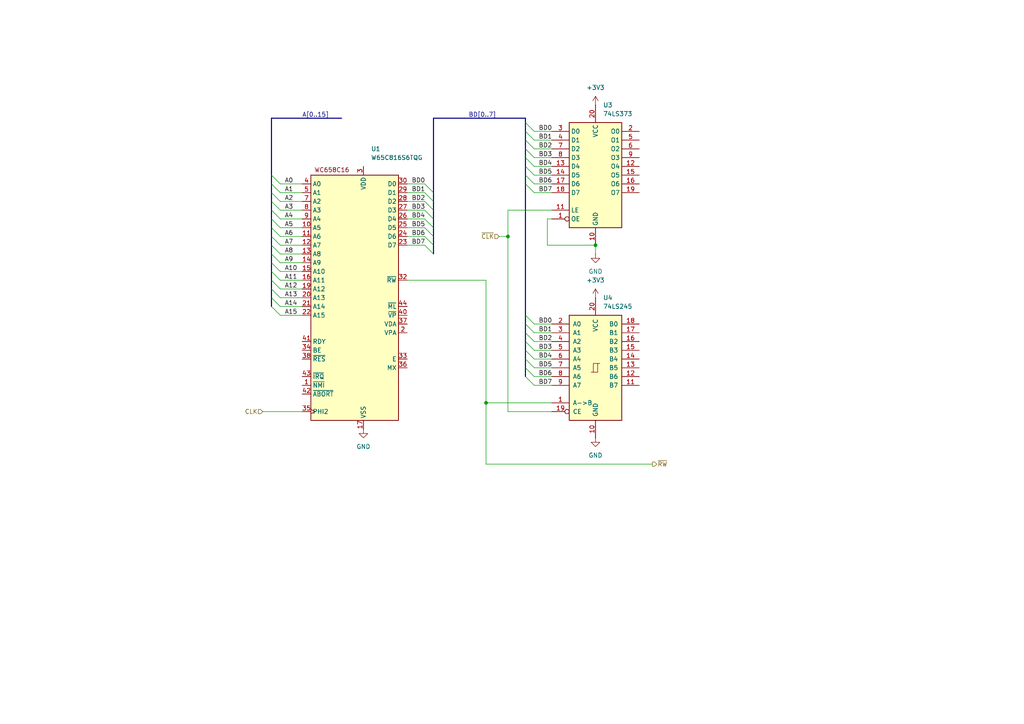
<source format=kicad_sch>
(kicad_sch (version 20231120) (generator "eeschema") (generator_version "8.0")
  (paper "A4")
  (lib_symbols
    (symbol "74xx:74LS245" (pin_names (offset 1.016))
      (property "Reference" "U" (at -7.62 16.51 0))
      (property "Value" "74LS245" (at -7.62 -16.51 0))
      (symbol "74LS245_1_0"
        (polyline (pts (xy -0.635 -1.27) (xy -0.635 1.27) (xy 0.635 1.27)))
        (polyline (pts (xy -1.27 -1.27) (xy 0.635 -1.27) (xy 0.635 1.27) (xy 1.27 1.27)))
        (pin input line (at -12.7 -10.16 0) (length 5.08) (name "A->B") (number "1"))
        (pin power_in line (at 0 -20.32 90) (length 5.08) (name "GND") (number "10"))
        (pin tri_state line (at 12.7 -5.08 180) (length 5.08) (name "B7") (number "11"))
        (pin tri_state line (at 12.7 -2.54 180) (length 5.08) (name "B6") (number "12"))
        (pin tri_state line (at 12.7 0 180) (length 5.08) (name "B5") (number "13"))
        (pin tri_state line (at 12.7 2.54 180) (length 5.08) (name "B4") (number "14"))
        (pin tri_state line (at 12.7 5.08 180) (length 5.08) (name "B3") (number "15"))
        (pin tri_state line (at 12.7 7.62 180) (length 5.08) (name "B2") (number "16"))
        (pin tri_state line (at 12.7 10.16 180) (length 5.08) (name "B1") (number "17"))
        (pin tri_state line (at 12.7 12.7 180) (length 5.08) (name "B0") (number "18"))
        (pin input inverted (at -12.7 -12.7 0) (length 5.08) (name "CE") (number "19"))
        (pin tri_state line (at -12.7 12.7 0) (length 5.08) (name "A0") (number "2"))
        (pin power_in line (at 0 20.32 270) (length 5.08) (name "VCC") (number "20"))
        (pin tri_state line (at -12.7 10.16 0) (length 5.08) (name "A1") (number "3"))
        (pin tri_state line (at -12.7 7.62 0) (length 5.08) (name "A2") (number "4"))
        (pin tri_state line (at -12.7 5.08 0) (length 5.08) (name "A3") (number "5"))
        (pin tri_state line (at -12.7 2.54 0) (length 5.08) (name "A4") (number "6"))
        (pin tri_state line (at -12.7 0 0) (length 5.08) (name "A5") (number "7"))
        (pin tri_state line (at -12.7 -2.54 0) (length 5.08) (name "A6") (number "8"))
        (pin tri_state line (at -12.7 -5.08 0) (length 5.08) (name "A7") (number "9"))
      )
      (symbol "74LS245_1_1"
        (rectangle (start -7.62 15.24) (end 7.62 -15.24) (stroke (width 0.254)) (fill (type background)))
      )
    )
    (symbol "74xx:74LS373"
      (property "Reference" "U" (at -7.62 16.51 0))
      (property "Value" "74LS373" (at -7.62 -16.51 0))
      (symbol "74LS373_1_0"
        (pin input inverted (at -12.7 -12.7 0) (length 5.08) (name "OE") (number "1"))
        (pin power_in line (at 0 -20.32 90) (length 5.08) (name "GND") (number "10"))
        (pin input line (at -12.7 -10.16 0) (length 5.08) (name "LE") (number "11"))
        (pin tri_state line (at 12.7 2.54 180) (length 5.08) (name "O4") (number "12"))
        (pin input line (at -12.7 2.54 0) (length 5.08) (name "D4") (number "13"))
        (pin input line (at -12.7 0 0) (length 5.08) (name "D5") (number "14"))
        (pin tri_state line (at 12.7 0 180) (length 5.08) (name "O5") (number "15"))
        (pin tri_state line (at 12.7 -2.54 180) (length 5.08) (name "O6") (number "16"))
        (pin input line (at -12.7 -2.54 0) (length 5.08) (name "D6") (number "17"))
        (pin input line (at -12.7 -5.08 0) (length 5.08) (name "D7") (number "18"))
        (pin tri_state line (at 12.7 -5.08 180) (length 5.08) (name "O7") (number "19"))
        (pin tri_state line (at 12.7 12.7 180) (length 5.08) (name "O0") (number "2"))
        (pin power_in line (at 0 20.32 270) (length 5.08) (name "VCC") (number "20"))
        (pin input line (at -12.7 12.7 0) (length 5.08) (name "D0") (number "3"))
        (pin input line (at -12.7 10.16 0) (length 5.08) (name "D1") (number "4"))
        (pin tri_state line (at 12.7 10.16 180) (length 5.08) (name "O1") (number "5"))
        (pin tri_state line (at 12.7 7.62 180) (length 5.08) (name "O2") (number "6"))
        (pin input line (at -12.7 7.62 0) (length 5.08) (name "D2") (number "7"))
        (pin input line (at -12.7 5.08 0) (length 5.08) (name "D3") (number "8"))
        (pin tri_state line (at 12.7 5.08 180) (length 5.08) (name "O3") (number "9"))
      )
      (symbol "74LS373_1_1"
        (rectangle (start -7.62 15.24) (end 7.62 -15.24) (stroke (width 0.254)) (fill (type background)))
      )
    )
    (symbol "MEA-WDC-65XX:W65C816S6TQG"
      (property "Reference" "U" (at -10.922 39.116 0))
      (property "Value" "W65C816S6TQG" (at 1.016 10.922 0))
      (symbol "W65C816S6TQG_0_1"
        (rectangle (start -12.7 35.56) (end 12.7 -35.56) (stroke (width 0.254)) (fill (type background)))
      )
      (symbol "W65C816S6TQG_1_0"
        (pin input line (at -15.24 -25.4 0) (length 2.54) (name "~{NMI}") (number "1"))
        (pin input line (at -15.24 20.32 0) (length 2.54) (name "A5") (number "10"))
        (pin input line (at -15.24 17.78 0) (length 2.54) (name "A6") (number "11"))
        (pin input line (at -15.24 15.24 0) (length 2.54) (name "A7") (number "12"))
        (pin input line (at -15.24 12.7 0) (length 2.54) (name "A8") (number "13"))
        (pin input line (at -15.24 10.16 0) (length 2.54) (name "A9") (number "14"))
        (pin input line (at -15.24 7.62 0) (length 2.54) (name "A10") (number "15"))
        (pin input line (at -15.24 5.08 0) (length 2.54) (name "A11") (number "16"))
        (pin power_in line (at 2.54 -38.1 90) (length 2.54) (name "VSS") (number "17"))
        (pin passive line (at 2.54 -38.1 90) (length 2.54) hide (name "VSS") (number "18"))
        (pin input line (at -15.24 2.54 0) (length 2.54) (name "A12") (number "19"))
        (pin output line (at 15.24 -10.16 180) (length 2.54) (name "VPA") (number "2"))
        (pin input line (at -15.24 0 0) (length 2.54) (name "A13") (number "20"))
        (pin input line (at -15.24 -2.54 0) (length 2.54) (name "A14") (number "21"))
        (pin input line (at -15.24 -5.08 0) (length 2.54) (name "A15") (number "22"))
        (pin bidirectional line (at 15.24 15.24 180) (length 2.54) (name "D7") (number "23"))
        (pin bidirectional line (at 15.24 17.78 180) (length 2.54) (name "D6") (number "24"))
        (pin bidirectional line (at 15.24 20.32 180) (length 2.54) (name "D5") (number "25"))
        (pin bidirectional line (at 15.24 22.86 180) (length 2.54) (name "D4") (number "26"))
        (pin bidirectional line (at 15.24 25.4 180) (length 2.54) (name "D3") (number "27"))
        (pin bidirectional line (at 15.24 27.94 180) (length 2.54) (name "D2") (number "28"))
        (pin bidirectional line (at 15.24 30.48 180) (length 2.54) (name "D1") (number "29"))
        (pin power_in line (at 2.54 38.1 270) (length 2.54) (name "VDD") (number "3"))
        (pin output line (at 15.24 5.08 180) (length 2.54) (name "~{RW}") (number "32"))
        (pin output line (at 15.24 -17.78 180) (length 2.54) (name "E") (number "33"))
        (pin input line (at -15.24 -15.24 0) (length 2.54) (name "BE") (number "34"))
        (pin output line (at 15.24 -20.32 180) (length 2.54) (name "MX") (number "36"))
        (pin output line (at 15.24 -7.62 180) (length 2.54) (name "VDA") (number "37"))
        (pin input line (at -15.24 -17.78 0) (length 2.54) (name "~{RES}") (number "38"))
        (pin output line (at 15.24 -5.08 180) (length 2.54) (name "~{VP}") (number "40"))
        (pin input line (at -15.24 -27.94 0) (length 2.54) (name "~{ABORT}") (number "42"))
        (pin input line (at -15.24 -22.86 0) (length 2.54) (name "~{IRQ}") (number "43"))
        (pin output line (at 15.24 -2.54 180) (length 2.54) (name "~{ML}") (number "44"))
        (pin no_connect line (at 15.24 -27.94 180) (length 2.54) hide (name "NC") (number "6"))
        (pin input line (at -15.24 27.94 0) (length 2.54) (name "A2") (number "7"))
        (pin input line (at -15.24 22.86 0) (length 2.54) (name "A4") (number "9"))
      )
      (symbol "W65C816S6TQG_1_1"
        (text "WC658C16" (at -6.604 37.084 0) (effects (font (size 1.27 1.27))))
        (pin bidirectional line (at 15.24 33.02 180) (length 2.54) (name "D0") (number "30"))
        (pin passive line (at 2.54 38.1 270) (length 2.54) hide (name "VDD") (number "31"))
        (pin input clock (at -15.24 -33.02 0) (length 2.54) (name "PHI2") (number "35"))
        (pin passive line (at 2.54 -38.1 90) (length 2.54) hide (name "VSS") (number "39"))
        (pin input line (at -15.24 33.02 0) (length 2.54) (name "A0") (number "4"))
        (pin input line (at -15.24 -12.7 0) (length 2.54) (name "RDY") (number "41"))
        (pin input line (at -15.24 30.48 0) (length 2.54) (name "A1") (number "5"))
        (pin input line (at -15.24 25.4 0) (length 2.54) (name "A3") (number "8"))
      )
    )
    (symbol "power:+3V3" (power) (pin_numbers hide) (pin_names (offset 0) hide)
      (property "Value" "+3V3" (at 0 3.556 0))
      (symbol "+3V3_0_1"
        (polyline (pts (xy -0.762 1.27) (xy 0 2.54)))
        (polyline (pts (xy 0 0) (xy 0 2.54)))
        (polyline (pts (xy 0 2.54) (xy 0.762 1.27)))
      )
      (symbol "+3V3_1_1"
        (pin power_in line (at 0 0 90) (length 0) (name "~") (number "1"))
      )
    )
    (symbol "power:GND" (power) (pin_numbers hide) (pin_names (offset 0) hide)
      (property "Value" "GND" (at 0 -3.81 0))
      (symbol "GND_0_1"
        (polyline (pts (xy 0 0) (xy 0 -1.27) (xy 1.27 -1.27) (xy 0 -2.54) (xy -1.27 -1.27) (xy 0 -1.27)))
      )
      (symbol "GND_1_1"
        (pin power_in line (at 0 0 270) (length 0) (name "~") (number "1"))
      )
    )
  )
  (junction (at 172.72 71.12))
  (junction (at 147.32 68.58))
  (junction (at 140.97 116.84))
  (bus_entry (at 152.4 40.64) (size 2.54 2.54))
  (bus_entry (at 152.4 106.68) (size 2.54 2.54))
  (bus_entry (at 123.19 71.12) (size 2.54 2.54))
  (bus_entry (at 78.74 76.2) (size 2.54 2.54))
  (bus_entry (at 78.74 86.36) (size 2.54 2.54))
  (bus_entry (at 78.74 78.74) (size 2.54 2.54))
  (bus_entry (at 78.74 60.96) (size 2.54 2.54))
  (bus_entry (at 78.74 63.5) (size 2.54 2.54))
  (bus_entry (at 123.19 58.42) (size 2.54 2.54))
  (bus_entry (at 123.19 53.34) (size 2.54 2.54))
  (bus_entry (at 78.74 53.34) (size 2.54 2.54))
  (bus_entry (at 123.19 66.04) (size 2.54 2.54))
  (bus_entry (at 152.4 45.72) (size 2.54 2.54))
  (bus_entry (at 152.4 96.52) (size 2.54 2.54))
  (bus_entry (at 152.4 53.34) (size 2.54 2.54))
  (bus_entry (at 123.19 60.96) (size 2.54 2.54))
  (bus_entry (at 78.74 88.9) (size 2.54 2.54))
  (bus_entry (at 152.4 104.14) (size 2.54 2.54))
  (bus_entry (at 78.74 58.42) (size 2.54 2.54))
  (bus_entry (at 123.19 55.88) (size 2.54 2.54))
  (bus_entry (at 78.74 81.28) (size 2.54 2.54))
  (bus_entry (at 78.74 73.66) (size 2.54 2.54))
  (bus_entry (at 152.4 43.18) (size 2.54 2.54))
  (bus_entry (at 152.4 99.06) (size 2.54 2.54))
  (bus_entry (at 152.4 93.98) (size 2.54 2.54))
  (bus_entry (at 152.4 91.44) (size 2.54 2.54))
  (bus_entry (at 152.4 109.22) (size 2.54 2.54))
  (bus_entry (at 78.74 68.58) (size 2.54 2.54))
  (bus_entry (at 78.74 55.88) (size 2.54 2.54))
  (bus_entry (at 152.4 35.56) (size 2.54 2.54))
  (bus_entry (at 78.74 66.04) (size 2.54 2.54))
  (bus_entry (at 152.4 48.26) (size 2.54 2.54))
  (bus_entry (at 152.4 101.6) (size 2.54 2.54))
  (bus_entry (at 78.74 71.12) (size 2.54 2.54))
  (bus_entry (at 123.19 68.58) (size 2.54 2.54))
  (bus_entry (at 123.19 63.5) (size 2.54 2.54))
  (bus_entry (at 152.4 38.1) (size 2.54 2.54))
  (bus_entry (at 78.74 50.8) (size 2.54 2.54))
  (bus_entry (at 78.74 83.82) (size 2.54 2.54))
  (bus_entry (at 152.4 50.8) (size 2.54 2.54))
  (bus (pts (xy 152.4 38.1) (xy 152.4 40.64)))
  (bus (pts (xy 152.4 45.72) (xy 152.4 48.26)))
  (wire (pts (xy 81.28 73.66) (xy 87.63 73.66)))
  (bus (pts (xy 78.74 81.28) (xy 78.74 78.74)))
  (wire (pts (xy 81.28 78.74) (xy 87.63 78.74)))
  (wire (pts (xy 81.28 53.34) (xy 87.63 53.34)))
  (bus (pts (xy 152.4 34.29) (xy 152.4 35.56)))
  (wire (pts (xy 118.11 68.58) (xy 123.19 68.58)))
  (bus (pts (xy 78.74 83.82) (xy 78.74 81.28)))
  (bus (pts (xy 152.4 35.56) (xy 152.4 38.1)))
  (wire (pts (xy 147.32 68.58) (xy 147.32 119.38)))
  (bus (pts (xy 78.74 88.9) (xy 78.74 86.36)))
  (bus (pts (xy 152.4 104.14) (xy 152.4 106.68)))
  (bus (pts (xy 125.73 66.04) (xy 125.73 63.5)))
  (wire (pts (xy 118.11 81.28) (xy 140.97 81.28)))
  (wire (pts (xy 154.94 104.14) (xy 160.02 104.14)))
  (bus (pts (xy 78.74 55.88) (xy 78.74 53.34)))
  (wire (pts (xy 81.28 60.96) (xy 87.63 60.96)))
  (wire (pts (xy 154.94 45.72) (xy 160.02 45.72)))
  (bus (pts (xy 152.4 48.26) (xy 152.4 50.8)))
  (bus (pts (xy 78.74 60.96) (xy 78.74 58.42)))
  (wire (pts (xy 81.28 81.28) (xy 87.63 81.28)))
  (wire (pts (xy 160.02 63.5) (xy 158.75 63.5)))
  (wire (pts (xy 147.32 60.96) (xy 147.32 68.58)))
  (wire (pts (xy 144.78 68.58) (xy 147.32 68.58)))
  (wire (pts (xy 140.97 116.84) (xy 160.02 116.84)))
  (bus (pts (xy 152.4 101.6) (xy 152.4 104.14)))
  (bus (pts (xy 152.4 106.68) (xy 152.4 109.22)))
  (wire (pts (xy 81.28 76.2) (xy 87.63 76.2)))
  (bus (pts (xy 152.4 43.18) (xy 152.4 45.72)))
  (bus (pts (xy 78.74 53.34) (xy 78.74 50.8)))
  (wire (pts (xy 81.28 63.5) (xy 87.63 63.5)))
  (bus (pts (xy 78.74 71.12) (xy 78.74 68.58)))
  (wire (pts (xy 158.75 71.12) (xy 172.72 71.12)))
  (bus (pts (xy 125.73 55.88) (xy 125.73 34.29)))
  (wire (pts (xy 118.11 63.5) (xy 123.19 63.5)))
  (bus (pts (xy 78.74 58.42) (xy 78.74 55.88)))
  (bus (pts (xy 125.73 73.66) (xy 125.73 71.12)))
  (bus (pts (xy 78.74 34.29) (xy 99.06 34.29)))
  (wire (pts (xy 147.32 60.96) (xy 160.02 60.96)))
  (wire (pts (xy 118.11 58.42) (xy 123.19 58.42)))
  (bus (pts (xy 152.4 40.64) (xy 152.4 43.18)))
  (wire (pts (xy 140.97 81.28) (xy 140.97 116.84)))
  (bus (pts (xy 78.74 50.8) (xy 78.74 34.29)))
  (bus (pts (xy 152.4 99.06) (xy 152.4 101.6)))
  (wire (pts (xy 154.94 40.64) (xy 160.02 40.64)))
  (bus (pts (xy 125.73 58.42) (xy 125.73 55.88)))
  (wire (pts (xy 81.28 83.82) (xy 87.63 83.82)))
  (bus (pts (xy 125.73 63.5) (xy 125.73 60.96)))
  (wire (pts (xy 81.28 86.36) (xy 87.63 86.36)))
  (wire (pts (xy 154.94 48.26) (xy 160.02 48.26)))
  (wire (pts (xy 154.94 109.22) (xy 160.02 109.22)))
  (wire (pts (xy 154.94 55.88) (xy 160.02 55.88)))
  (wire (pts (xy 81.28 66.04) (xy 87.63 66.04)))
  (wire (pts (xy 140.97 134.62) (xy 189.23 134.62)))
  (wire (pts (xy 158.75 63.5) (xy 158.75 71.12)))
  (wire (pts (xy 118.11 53.34) (xy 123.19 53.34)))
  (bus (pts (xy 152.4 53.34) (xy 152.4 91.44)))
  (bus (pts (xy 78.74 76.2) (xy 78.74 73.66)))
  (wire (pts (xy 118.11 55.88) (xy 123.19 55.88)))
  (wire (pts (xy 81.28 88.9) (xy 87.63 88.9)))
  (wire (pts (xy 154.94 99.06) (xy 160.02 99.06)))
  (bus (pts (xy 78.74 86.36) (xy 78.74 83.82)))
  (bus (pts (xy 78.74 78.74) (xy 78.74 76.2)))
  (wire (pts (xy 81.28 58.42) (xy 87.63 58.42)))
  (bus (pts (xy 78.74 68.58) (xy 78.74 66.04)))
  (bus (pts (xy 152.4 50.8) (xy 152.4 53.34)))
  (bus (pts (xy 125.73 68.58) (xy 125.73 66.04)))
  (wire (pts (xy 81.28 55.88) (xy 87.63 55.88)))
  (bus (pts (xy 78.74 73.66) (xy 78.74 71.12)))
  (wire (pts (xy 154.94 53.34) (xy 160.02 53.34)))
  (wire (pts (xy 154.94 111.76) (xy 160.02 111.76)))
  (bus (pts (xy 125.73 34.29) (xy 152.4 34.29)))
  (bus (pts (xy 152.4 91.44) (xy 152.4 93.98)))
  (bus (pts (xy 78.74 63.5) (xy 78.74 60.96)))
  (wire (pts (xy 81.28 68.58) (xy 87.63 68.58)))
  (wire (pts (xy 140.97 116.84) (xy 140.97 134.62)))
  (bus (pts (xy 125.73 71.12) (xy 125.73 68.58)))
  (wire (pts (xy 154.94 43.18) (xy 160.02 43.18)))
  (wire (pts (xy 118.11 66.04) (xy 123.19 66.04)))
  (bus (pts (xy 152.4 96.52) (xy 152.4 99.06)))
  (wire (pts (xy 81.28 71.12) (xy 87.63 71.12)))
  (wire (pts (xy 118.11 60.96) (xy 123.19 60.96)))
  (bus (pts (xy 78.74 66.04) (xy 78.74 63.5)))
  (wire (pts (xy 172.72 73.66) (xy 172.72 71.12)))
  (wire (pts (xy 118.11 71.12) (xy 123.19 71.12)))
  (wire (pts (xy 81.28 91.44) (xy 87.63 91.44)))
  (bus (pts (xy 125.73 60.96) (xy 125.73 58.42)))
  (wire (pts (xy 154.94 50.8) (xy 160.02 50.8)))
  (wire (pts (xy 154.94 38.1) (xy 160.02 38.1)))
  (wire (pts (xy 154.94 101.6) (xy 160.02 101.6)))
  (wire (pts (xy 154.94 106.68) (xy 160.02 106.68)))
  (wire (pts (xy 154.94 96.52) (xy 160.02 96.52)))
  (wire (pts (xy 154.94 93.98) (xy 160.02 93.98)))
  (wire (pts (xy 147.32 119.38) (xy 160.02 119.38)))
  (wire (pts (xy 76.2 119.38) (xy 87.63 119.38)))
  (wire (pts (xy 172.72 69.85) (xy 172.72 71.12)))
  (bus (pts (xy 152.4 93.98) (xy 152.4 96.52)))
  (label "A4" (at 82.55 63.5 0))
  (label "A5" (at 82.55 66.04 0))
  (label "BD6" (at 156.21 53.34 0))
  (label "BD6" (at 119.38 68.58 0))
  (label "A11" (at 82.55 81.28 0))
  (label "BD7" (at 156.21 55.88 0))
  (label "A15" (at 82.55 91.44 0))
  (label "BD5" (at 156.21 50.8 0))
  (label "A6" (at 82.55 68.58 0))
  (label "BD5" (at 156.21 106.68 0))
  (label "BD1" (at 156.21 96.52 0))
  (label "A3" (at 82.55 60.96 0))
  (label "A1" (at 82.55 55.88 0))
  (label "A2" (at 82.55 58.42 0))
  (label "BD4" (at 156.21 104.14 0))
  (label "BD2" (at 119.38 58.42 0))
  (label "BD4" (at 119.38 63.5 0))
  (label "BD7" (at 119.38 71.12 0))
  (label "BD3" (at 156.21 101.6 0))
  (label "A7" (at 82.55 71.12 0))
  (label "BD4" (at 156.21 48.26 0))
  (label "A12" (at 82.55 83.82 0))
  (label "BD7" (at 156.21 111.76 0))
  (label "BD[0..7]" (at 135.89 34.29 0))
  (label "BD0" (at 156.21 38.1 0))
  (label "BD6" (at 156.21 109.22 0))
  (label "BD2" (at 156.21 43.18 0))
  (label "BD0" (at 119.38 53.34 0))
  (label "A8" (at 82.55 73.66 0))
  (label "BD3" (at 156.21 45.72 0))
  (label "A10" (at 82.55 78.74 0))
  (label "A13" (at 82.55 86.36 0))
  (label "BD0" (at 156.21 93.98 0))
  (label "BD5" (at 119.38 66.04 0))
  (label "BD2" (at 156.21 99.06 0))
  (label "BD1" (at 156.21 40.64 0))
  (label "BD1" (at 119.38 55.88 0))
  (label "A[0..15]" (at 87.63 34.29 0))
  (label "A0" (at 82.55 53.34 0))
  (label "A14" (at 82.55 88.9 0))
  (label "BD3" (at 119.38 60.96 0))
  (label "A9" (at 82.55 76.2 0))
  (hierarchical_label "~{CLK}" (shape input) (at 144.78 68.58 180))
  (hierarchical_label "CLK" (shape input) (at 76.2 119.38 180))
  (hierarchical_label "~{RW}" (shape output) (at 189.23 134.62 0))
  (symbol (lib_id "MEA-WDC-65XX:W65C816S6TQG") (at 102.87 86.36 0) (unit 1)
    (property "Reference" "U1" (at 107.6041 43.18 0) (effects (justify left)))
    (property "Value" "W65C816S6TQG" (at 107.6041 45.72 0) (effects (justify left)))
    (property "Footprint" "Package_QFP:TQFP-44_10x10mm_P0.8mm" (effects (hide yes)))
    (property "Datasheet" "https://www.westerndesigncenter.com/wdc/documentation/w65c816s.pdf" (effects (hide yes)))
  )
  (symbol (lib_id "74xx:74LS373") (at 172.72 50.8 0) (unit 1)
    (property "Reference" "U3" (at 174.9141 30.48 0) (effects (justify left)))
    (property "Value" "74LS373" (at 174.9141 33.02 0) (effects (justify left)))
    (property "Datasheet" "http://www.ti.com/lit/gpn/sn74LS373" (effects (hide yes)))
    (property "Description" "8-bit Latch, 3-state outputs" (effects (hide yes)))
  )
  (symbol (lib_id "power:GND") (at 172.72 73.66 0) (unit 1)
    (property "Reference" "#PWR010" (effects (hide yes)))
    (property "Value" "GND" (at 172.72 78.74 0))
    (property "Description" "Power symbol creates a global label with name \"GND\" , ground" (effects (hide yes)))
  )
  (symbol (lib_id "power:GND") (at 172.72 127 0) (unit 1)
    (property "Reference" "#PWR011" (effects (hide yes)))
    (property "Value" "GND" (at 172.72 132.08 0))
    (property "Description" "Power symbol creates a global label with name \"GND\" , ground" (effects (hide yes)))
  )
  (symbol (lib_id "74xx:74LS245") (at 172.72 106.68 0) (unit 1)
    (property "Reference" "U4" (at 174.9141 86.36 0) (effects (justify left)))
    (property "Value" "74LS245" (at 174.9141 88.9 0) (effects (justify left)))
    (property "Datasheet" "http://www.ti.com/lit/gpn/sn74LS245" (effects (hide yes)))
    (property "Description" "Octal BUS Transceivers, 3-State outputs" (effects (hide yes)))
  )
  (symbol (lib_id "power:+3V3") (at 172.72 30.48 0) (unit 1)
    (property "Reference" "#PWR09" (effects (hide yes)))
    (property "Value" "+3V3" (at 172.72 25.4 0))
    (property "Description" "Power symbol creates a global label with name \"+3V3\"" (effects (hide yes)))
  )
  (symbol (lib_id "power:+3V3") (at 172.72 86.36 0) (unit 1)
    (property "Reference" "#PWR08" (effects (hide yes)))
    (property "Value" "+3V3" (at 172.72 81.28 0))
    (property "Description" "Power symbol creates a global label with name \"+3V3\"" (effects (hide yes)))
  )
  (symbol (lib_id "power:GND") (at 105.41 124.46 0) (unit 1)
    (property "Reference" "#PWR012" (effects (hide yes)))
    (property "Value" "GND" (at 105.41 129.54 0))
    (property "Description" "Power symbol creates a global label with name \"GND\" , ground" (effects (hide yes)))
  )
)
</source>
